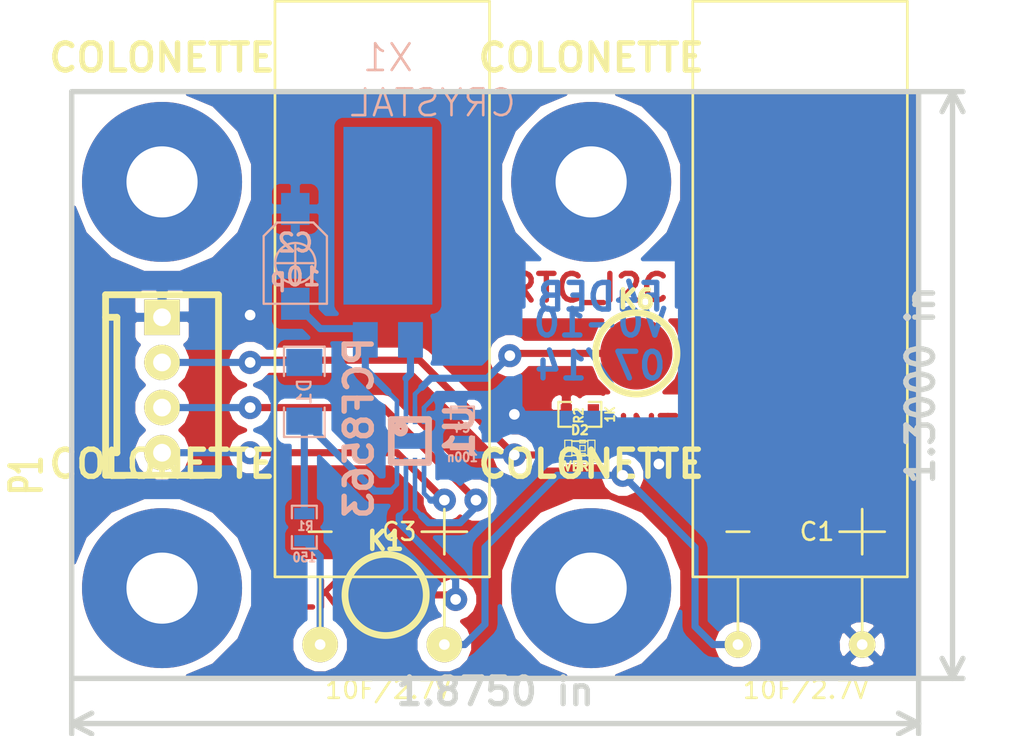
<source format=kicad_pcb>
(kicad_pcb (version 3) (host pcbnew "(2013-07-07 BZR 4022)-stable")

  (general
    (links 20)
    (no_connects 0)
    (area 197.5517 60.684999 258.824999 104.3)
    (thickness 1.6)
    (drawings 7)
    (tracks 115)
    (zones 0)
    (modules 17)
    (nets 13)
  )

  (page A3)
  (layers
    (15 Dessus.Cu signal)
    (0 Dessous.Cu signal)
    (16 Dessous.Adhes user)
    (17 Dessus.Adhes user)
    (18 Dessous.Pate user)
    (19 Dessus.Pate user)
    (20 Dessous.SilkS user)
    (21 Dessus.SilkS user)
    (22 Dessous.Masque user)
    (23 Dessus.Masque user)
    (24 Dessin.User user)
    (25 Cmts.User user)
    (26 Eco1.User user)
    (27 Eco2.User user)
    (28 Contours.Ci user)
  )

  (setup
    (last_trace_width 0.254)
    (user_trace_width 0.4)
    (trace_clearance 0.2)
    (zone_clearance 0.508)
    (zone_45_only no)
    (trace_min 0.254)
    (segment_width 0.2)
    (edge_width 0.1)
    (via_size 0.889)
    (via_drill 0.635)
    (via_min_size 0.889)
    (via_min_drill 0.508)
    (user_via 1.3 0.6)
    (uvia_size 0.508)
    (uvia_drill 0.127)
    (uvias_allowed no)
    (uvia_min_size 0.508)
    (uvia_min_drill 0.127)
    (pcb_text_width 0.3)
    (pcb_text_size 1.5 1.5)
    (mod_edge_width 0.15)
    (mod_text_size 1 1)
    (mod_text_width 0.15)
    (pad_size 2 2)
    (pad_drill 0.6)
    (pad_to_mask_clearance 0)
    (aux_axis_origin 0 0)
    (visible_elements 7FFFFFFF)
    (pcbplotparams
      (layerselection 3178497)
      (usegerberextensions true)
      (excludeedgelayer true)
      (linewidth 0.150000)
      (plotframeref false)
      (viasonmask false)
      (mode 1)
      (useauxorigin false)
      (hpglpennumber 1)
      (hpglpenspeed 20)
      (hpglpendiameter 15)
      (hpglpenoverlay 2)
      (psnegative false)
      (psa4output false)
      (plotreference true)
      (plotvalue true)
      (plotothertext true)
      (plotinvisibletext false)
      (padsonsilk false)
      (subtractmaskfromsilk false)
      (outputformat 1)
      (mirror false)
      (drillshape 1)
      (scaleselection 1)
      (outputdirectory ""))
  )

  (net 0 "")
  (net 1 +5VD)
  (net 2 /CLKO)
  (net 3 /INT)
  (net 4 /SCL)
  (net 5 /SDA)
  (net 6 GND)
  (net 7 N-000001)
  (net 8 N-0000010)
  (net 9 N-0000011)
  (net 10 N-000003)
  (net 11 N-000004)
  (net 12 N-000005)

  (net_class Default "Ceci est la Netclass par défaut"
    (clearance 0.2)
    (trace_width 0.254)
    (via_dia 0.889)
    (via_drill 0.635)
    (uvia_dia 0.508)
    (uvia_drill 0.127)
    (add_net "")
    (add_net +5VD)
    (add_net /CLKO)
    (add_net /INT)
    (add_net /SCL)
    (add_net /SDA)
    (add_net GND)
    (add_net N-000001)
    (add_net N-0000010)
    (add_net N-0000011)
    (add_net N-000003)
    (add_net N-000004)
    (add_net N-000005)
  )

  (module VSSOP-8 (layer Dessous.Cu) (tedit 4FD3B8D7) (tstamp 53C95537)
    (at 220.345 85.725 270)
    (path /53C956EB)
    (fp_text reference U1 (at -0.5588 -2.7432 270) (layer Dessous.SilkS)
      (effects (font (size 1.524 1.524) (thickness 0.3048)) (justify mirror))
    )
    (fp_text value PCF8563 (at -0.762 2.8956 270) (layer Dessous.SilkS)
      (effects (font (size 1.524 1.524) (thickness 0.3048)) (justify mirror))
    )
    (fp_circle (center -0.7112 0.5588) (end -0.6604 0.5588) (layer Dessous.SilkS) (width 0.381))
    (fp_line (start -1.2319 -1.016) (end 1.1811 -1.016) (layer Dessous.SilkS) (width 0.381))
    (fp_line (start 1.1811 -1.016) (end 1.1811 1.0795) (layer Dessous.SilkS) (width 0.381))
    (fp_line (start 1.1811 1.0795) (end -1.2319 1.0795) (layer Dessous.SilkS) (width 0.381))
    (fp_line (start -1.2319 1.0795) (end -1.2319 -1.016) (layer Dessous.SilkS) (width 0.381))
    (pad 4 smd rect (at -1.4732 -0.762 180) (size 0.24892 1.00076)
      (layers Dessous.Cu Dessous.Pate Dessous.Masque)
      (net 6 GND)
    )
    (pad 3 smd rect (at -1.4732 -0.254 180) (size 0.24892 1.00076)
      (layers Dessous.Cu Dessous.Pate Dessous.Masque)
      (net 3 /INT)
    )
    (pad 2 smd rect (at -1.4732 0.254 180) (size 0.24892 1.00076)
      (layers Dessous.Cu Dessous.Pate Dessous.Masque)
      (net 8 N-0000010)
    )
    (pad 1 smd rect (at -1.4732 0.762 180) (size 0.24892 1.00076)
      (layers Dessous.Cu Dessous.Pate Dessous.Masque)
      (net 9 N-0000011)
    )
    (pad 5 smd rect (at 1.4224 -0.762 180) (size 0.24892 1.00076)
      (layers Dessous.Cu Dessous.Pate Dessous.Masque)
      (net 5 /SDA)
    )
    (pad 6 smd rect (at 1.4224 -0.254 180) (size 0.24892 1.00076)
      (layers Dessous.Cu Dessous.Pate Dessous.Masque)
      (net 4 /SCL)
    )
    (pad 7 smd rect (at 1.4224 0.254 180) (size 0.24892 1.00076)
      (layers Dessous.Cu Dessous.Pate Dessous.Masque)
      (net 2 /CLKO)
    )
    (pad 8 smd rect (at 1.4224 0.762 180) (size 0.24892 1.00076)
      (layers Dessous.Cu Dessous.Pate Dessous.Masque)
      (net 12 N-000005)
    )
    (model ../../git-f4deb-cen-electronic-library/wings/VSSOP_8.wrl
      (at (xyz 0 0 0))
      (scale (xyz 1 1 1))
      (rotate (xyz 0 0 0))
    )
  )

  (module SM1206 (layer Dessous.Cu) (tedit 42806E24) (tstamp 53C95543)
    (at 214.376 82.931 270)
    (path /53C9582F)
    (attr smd)
    (fp_text reference D1 (at 0 0 270) (layer Dessous.SilkS)
      (effects (font (size 0.762 0.762) (thickness 0.127)) (justify mirror))
    )
    (fp_text value DIODESCH (at 0 0 270) (layer Dessous.SilkS) hide
      (effects (font (size 0.762 0.762) (thickness 0.127)) (justify mirror))
    )
    (fp_line (start -2.54 1.143) (end -2.54 -1.143) (layer Dessous.SilkS) (width 0.127))
    (fp_line (start -2.54 -1.143) (end -0.889 -1.143) (layer Dessous.SilkS) (width 0.127))
    (fp_line (start 0.889 1.143) (end 2.54 1.143) (layer Dessous.SilkS) (width 0.127))
    (fp_line (start 2.54 1.143) (end 2.54 -1.143) (layer Dessous.SilkS) (width 0.127))
    (fp_line (start 2.54 -1.143) (end 0.889 -1.143) (layer Dessous.SilkS) (width 0.127))
    (fp_line (start -0.889 1.143) (end -2.54 1.143) (layer Dessous.SilkS) (width 0.127))
    (pad 1 smd rect (at -1.651 0 270) (size 1.524 2.032)
      (layers Dessous.Cu Dessous.Pate Dessous.Masque)
      (net 1 +5VD)
    )
    (pad 2 smd rect (at 1.651 0 270) (size 1.524 2.032)
      (layers Dessous.Cu Dessous.Pate Dessous.Masque)
      (net 12 N-000005)
    )
    (model smd/chip_cms.wrl
      (at (xyz 0 0 0))
      (scale (xyz 0.17 0.16 0.16))
      (rotate (xyz 0 0 0))
    )
  )

  (module SM0603_Resistor (layer Dessous.Cu) (tedit 5051B21B) (tstamp 53C9554F)
    (at 214.376 90.551 90)
    (path /53C95981)
    (attr smd)
    (fp_text reference R1 (at 0.0635 0.0635 360) (layer Dessous.SilkS)
      (effects (font (size 0.50038 0.4572) (thickness 0.1143)) (justify mirror))
    )
    (fp_text value 150 (at -1.69926 0 360) (layer Dessous.SilkS)
      (effects (font (size 0.508 0.4572) (thickness 0.1143)) (justify mirror))
    )
    (fp_line (start -0.50038 0.6985) (end -1.2065 0.6985) (layer Dessous.SilkS) (width 0.127))
    (fp_line (start -1.2065 0.6985) (end -1.2065 -0.6985) (layer Dessous.SilkS) (width 0.127))
    (fp_line (start -1.2065 -0.6985) (end -0.50038 -0.6985) (layer Dessous.SilkS) (width 0.127))
    (fp_line (start 1.2065 0.6985) (end 0.50038 0.6985) (layer Dessous.SilkS) (width 0.127))
    (fp_line (start 1.2065 0.6985) (end 1.2065 -0.6985) (layer Dessous.SilkS) (width 0.127))
    (fp_line (start 1.2065 -0.6985) (end 0.50038 -0.6985) (layer Dessous.SilkS) (width 0.127))
    (pad 1 smd rect (at -0.762 0 90) (size 0.635 1.143)
      (layers Dessous.Cu Dessous.Pate Dessous.Masque)
      (net 10 N-000003)
    )
    (pad 2 smd rect (at 0.762 0 90) (size 0.635 1.143)
      (layers Dessous.Cu Dessous.Pate Dessous.Masque)
      (net 12 N-000005)
    )
    (model smd\resistors\R0603.wrl
      (at (xyz 0 0 0.001))
      (scale (xyz 0.5 0.5 0.5))
      (rotate (xyz 0 0 0))
    )
  )

  (module SM0603_Resistor (layer Dessus.Cu) (tedit 5051B21B) (tstamp 53C9555B)
    (at 229.87 84.201 180)
    (path /53C95A8F)
    (attr smd)
    (fp_text reference R2 (at 0.0635 -0.0635 270) (layer Dessus.SilkS)
      (effects (font (size 0.50038 0.4572) (thickness 0.1143)))
    )
    (fp_text value 1K (at -1.69926 0 270) (layer Dessus.SilkS)
      (effects (font (size 0.508 0.4572) (thickness 0.1143)))
    )
    (fp_line (start -0.50038 -0.6985) (end -1.2065 -0.6985) (layer Dessus.SilkS) (width 0.127))
    (fp_line (start -1.2065 -0.6985) (end -1.2065 0.6985) (layer Dessus.SilkS) (width 0.127))
    (fp_line (start -1.2065 0.6985) (end -0.50038 0.6985) (layer Dessus.SilkS) (width 0.127))
    (fp_line (start 1.2065 -0.6985) (end 0.50038 -0.6985) (layer Dessus.SilkS) (width 0.127))
    (fp_line (start 1.2065 -0.6985) (end 1.2065 0.6985) (layer Dessus.SilkS) (width 0.127))
    (fp_line (start 1.2065 0.6985) (end 0.50038 0.6985) (layer Dessus.SilkS) (width 0.127))
    (pad 1 smd rect (at -0.762 0 180) (size 0.635 1.143)
      (layers Dessus.Cu Dessus.Pate Dessus.Masque)
      (net 7 N-000001)
    )
    (pad 2 smd rect (at 0.762 0 180) (size 0.635 1.143)
      (layers Dessus.Cu Dessus.Pate Dessus.Masque)
      (net 6 GND)
    )
    (model smd\resistors\R0603.wrl
      (at (xyz 0 0 0.001))
      (scale (xyz 0.5 0.5 0.5))
      (rotate (xyz 0 0 0))
    )
  )

  (module SM0603_Capa (layer Dessous.Cu) (tedit 5051B1EC) (tstamp 53C95567)
    (at 223.266 84.963 90)
    (path /53C95A9E)
    (attr smd)
    (fp_text reference C4 (at 0 0 360) (layer Dessous.SilkS)
      (effects (font (size 0.508 0.4572) (thickness 0.1143)) (justify mirror))
    )
    (fp_text value 100n (at -1.651 0 360) (layer Dessous.SilkS)
      (effects (font (size 0.508 0.4572) (thickness 0.1143)) (justify mirror))
    )
    (fp_line (start 0.50038 -0.65024) (end 1.19888 -0.65024) (layer Dessous.SilkS) (width 0.11938))
    (fp_line (start -0.50038 -0.65024) (end -1.19888 -0.65024) (layer Dessous.SilkS) (width 0.11938))
    (fp_line (start 0.50038 0.65024) (end 1.19888 0.65024) (layer Dessous.SilkS) (width 0.11938))
    (fp_line (start -1.19888 0.65024) (end -0.50038 0.65024) (layer Dessous.SilkS) (width 0.11938))
    (fp_line (start 1.19888 0.635) (end 1.19888 -0.635) (layer Dessous.SilkS) (width 0.11938))
    (fp_line (start -1.19888 -0.635) (end -1.19888 0.635) (layer Dessous.SilkS) (width 0.11938))
    (pad 1 smd rect (at -0.762 0 90) (size 0.635 1.143)
      (layers Dessous.Cu Dessous.Pate Dessous.Masque)
      (net 1 +5VD)
    )
    (pad 2 smd rect (at 0.762 0 90) (size 0.635 1.143)
      (layers Dessous.Cu Dessous.Pate Dessous.Masque)
      (net 6 GND)
    )
    (model smd\capacitors\C0603.wrl
      (at (xyz 0 0 0.001))
      (scale (xyz 0.5 0.5 0.5))
      (rotate (xyz 0 0 0))
    )
  )

  (module QTZ32KHZ (layer Dessous.Cu) (tedit 53C95A92) (tstamp 53C9659C)
    (at 220.345 76.835 180)
    (path /53C956FA)
    (fp_text reference X1 (at 1.27 12.7 180) (layer Dessous.SilkS)
      (effects (font (size 1.5 1.5) (thickness 0.15)) (justify mirror))
    )
    (fp_text value CRYSTAL (at -1.27 10.16 180) (layer Dessous.SilkS)
      (effects (font (size 1.5 1.5) (thickness 0.15)) (justify mirror))
    )
    (pad 1 smd rect (at 0 -3.175 180) (size 1.4 2)
      (layers Dessous.Cu Dessous.Pate Dessous.Masque)
      (net 8 N-0000010)
    )
    (pad 2 smd rect (at 2.54 -3.175 180) (size 1.4 2)
      (layers Dessous.Cu Dessous.Pate Dessous.Masque)
      (net 9 N-0000011)
    )
    (pad 3 smd rect (at 1.27 3.81 180) (size 5 10)
      (layers Dessous.Cu Dessous.Pate Dessous.Masque)
    )
    (model discret/qmontre.wrl
      (at (xyz 0.05 -0.15 0))
      (scale (xyz 1 1 1))
      (rotate (xyz 0 0 180))
    )
  )

  (module LED-0603 (layer Dessus.Cu) (tedit 4E16AFB4) (tstamp 53C95595)
    (at 229.87 86.106)
    (descr "LED 0603 smd package")
    (tags "LED led 0603 SMD smd SMT smt smdled SMDLED smtled SMTLED")
    (path /53C95AB7)
    (attr smd)
    (fp_text reference D2 (at 0 -1.016) (layer Dessus.SilkS)
      (effects (font (size 0.508 0.508) (thickness 0.127)))
    )
    (fp_text value VERT (at 0 1.016) (layer Dessus.SilkS)
      (effects (font (size 0.508 0.508) (thickness 0.127)))
    )
    (fp_line (start 0.44958 -0.44958) (end 0.44958 0.44958) (layer Dessus.SilkS) (width 0.06604))
    (fp_line (start 0.44958 0.44958) (end 0.84836 0.44958) (layer Dessus.SilkS) (width 0.06604))
    (fp_line (start 0.84836 -0.44958) (end 0.84836 0.44958) (layer Dessus.SilkS) (width 0.06604))
    (fp_line (start 0.44958 -0.44958) (end 0.84836 -0.44958) (layer Dessus.SilkS) (width 0.06604))
    (fp_line (start -0.84836 -0.44958) (end -0.84836 0.44958) (layer Dessus.SilkS) (width 0.06604))
    (fp_line (start -0.84836 0.44958) (end -0.44958 0.44958) (layer Dessus.SilkS) (width 0.06604))
    (fp_line (start -0.44958 -0.44958) (end -0.44958 0.44958) (layer Dessus.SilkS) (width 0.06604))
    (fp_line (start -0.84836 -0.44958) (end -0.44958 -0.44958) (layer Dessus.SilkS) (width 0.06604))
    (fp_line (start 0 -0.44958) (end 0 -0.29972) (layer Dessus.SilkS) (width 0.06604))
    (fp_line (start 0 -0.29972) (end 0.29972 -0.29972) (layer Dessus.SilkS) (width 0.06604))
    (fp_line (start 0.29972 -0.44958) (end 0.29972 -0.29972) (layer Dessus.SilkS) (width 0.06604))
    (fp_line (start 0 -0.44958) (end 0.29972 -0.44958) (layer Dessus.SilkS) (width 0.06604))
    (fp_line (start 0 0.29972) (end 0 0.44958) (layer Dessus.SilkS) (width 0.06604))
    (fp_line (start 0 0.44958) (end 0.29972 0.44958) (layer Dessus.SilkS) (width 0.06604))
    (fp_line (start 0.29972 0.29972) (end 0.29972 0.44958) (layer Dessus.SilkS) (width 0.06604))
    (fp_line (start 0 0.29972) (end 0.29972 0.29972) (layer Dessus.SilkS) (width 0.06604))
    (fp_line (start 0 -0.14986) (end 0 0.14986) (layer Dessus.SilkS) (width 0.06604))
    (fp_line (start 0 0.14986) (end 0.29972 0.14986) (layer Dessus.SilkS) (width 0.06604))
    (fp_line (start 0.29972 -0.14986) (end 0.29972 0.14986) (layer Dessus.SilkS) (width 0.06604))
    (fp_line (start 0 -0.14986) (end 0.29972 -0.14986) (layer Dessus.SilkS) (width 0.06604))
    (fp_line (start 0.44958 -0.39878) (end -0.44958 -0.39878) (layer Dessus.SilkS) (width 0.1016))
    (fp_line (start 0.44958 0.39878) (end -0.44958 0.39878) (layer Dessus.SilkS) (width 0.1016))
    (pad 1 smd rect (at -0.7493 0) (size 0.79756 0.79756)
      (layers Dessus.Cu Dessus.Pate Dessus.Masque)
      (net 1 +5VD)
    )
    (pad 2 smd rect (at 0.7493 0) (size 0.79756 0.79756)
      (layers Dessus.Cu Dessus.Pate Dessus.Masque)
      (net 7 N-000001)
    )
    (model ../../git-f4deb-cen-electronic-library/wings/LED_0603_VERT.wrl
      (at (xyz 0 0 0))
      (scale (xyz 1 1 1))
      (rotate (xyz 0 0 0))
    )
  )

  (module KK-4 (layer Dessus.Cu) (tedit 4A107EDD) (tstamp 53C955A4)
    (at 206.375 86.36 90)
    (descr "Connecteur 4 pibs")
    (tags "CONN DEV")
    (path /53C957B2)
    (fp_text reference P1 (at -1.27 -7.62 90) (layer Dessus.SilkS)
      (effects (font (size 1.73482 1.08712) (thickness 0.27178)))
    )
    (fp_text value CONN_4 (at -5.08 -5.08 90) (layer Dessus.SilkS) hide
      (effects (font (size 1.524 1.016) (thickness 0.3048)))
    )
    (fp_line (start 7.62 -3.175) (end 7.62 -2.54) (layer Dessus.SilkS) (width 0.381))
    (fp_line (start 7.62 -2.54) (end 0 -2.54) (layer Dessus.SilkS) (width 0.381))
    (fp_line (start 0 -2.54) (end 0 -3.175) (layer Dessus.SilkS) (width 0.381))
    (fp_line (start -1.27 3.175) (end 8.89 3.175) (layer Dessus.SilkS) (width 0.381))
    (fp_line (start 8.89 3.175) (end 8.89 -3.175) (layer Dessus.SilkS) (width 0.381))
    (fp_line (start 8.89 -3.175) (end -1.27 -3.175) (layer Dessus.SilkS) (width 0.381))
    (fp_line (start -1.27 -3.175) (end -1.27 3.175) (layer Dessus.SilkS) (width 0.381))
    (pad 1 thru_hole rect (at 7.62 0 90) (size 1.99898 1.99898) (drill 1.00076)
      (layers *.Cu *.Mask Dessus.SilkS)
      (net 6 GND)
    )
    (pad 2 thru_hole circle (at 5.08 0 90) (size 1.99898 1.99898) (drill 1.00076)
      (layers *.Cu *.Mask Dessus.SilkS)
      (net 1 +5VD)
    )
    (pad 3 thru_hole circle (at 2.54 0 90) (size 1.99898 1.99898) (drill 1.00076)
      (layers *.Cu *.Mask Dessus.SilkS)
      (net 4 /SCL)
    )
    (pad 4 thru_hole circle (at 0 0 90) (size 1.99898 1.99898) (drill 1.00076)
      (layers *.Cu *.Mask Dessus.SilkS)
      (net 5 /SDA)
    )
    (model ../../git-f4deb-cen-electronic-library/wings/KK-4.wrl
      (at (xyz 0 0 0))
      (scale (xyz 1 1 1))
      (rotate (xyz 0 0 0))
    )
  )

  (module 1pin (layer Dessus.Cu) (tedit 53C95CBA) (tstamp 53C955BF)
    (at 218.948 94.361)
    (descr "module 1 pin (ou trou mecanique de percage)")
    (tags DEV)
    (path /53C95A80)
    (fp_text reference K1 (at 0 -3.048) (layer Dessus.SilkS)
      (effects (font (size 1.016 1.016) (thickness 0.254)))
    )
    (fp_text value CONN_1 (at 0 2.794) (layer Dessus.SilkS) hide
      (effects (font (size 1.016 1.016) (thickness 0.254)))
    )
    (fp_circle (center 0 0) (end 0 -2.286) (layer Dessus.SilkS) (width 0.381))
    (pad 1 smd circle (at 0 0) (size 4.064 4.064)
      (layers Dessus.Cu Dessus.Pate Dessus.Masque)
      (net 2 /CLKO)
    )
  )

  (module COLONETTE (layer Dessus.Cu) (tedit 4FCFB52D) (tstamp 53C955F1)
    (at 230.505 71.12)
    (path /53C95E82)
    (fp_text reference K3 (at 0 0) (layer Dessus.SilkS)
      (effects (font (size 1.524 1.524) (thickness 0.3048)))
    )
    (fp_text value COLONETTE (at 0 -6.985) (layer Dessus.SilkS)
      (effects (font (size 1.524 1.524) (thickness 0.3048)))
    )
    (pad 1 thru_hole circle (at 0 0) (size 8.99922 8.99922) (drill 4.0005)
      (layers *.Cu)
    )
    (model ../../git-f4deb-cen-electronic-library/wings/Colonette1.wrl
      (at (xyz 0 0 0))
      (scale (xyz 1 1 1))
      (rotate (xyz 0 0 0))
    )
  )

  (module COLONETTE (layer Dessus.Cu) (tedit 4FCFB52D) (tstamp 53C955F6)
    (at 230.505 93.98)
    (path /53C95E91)
    (fp_text reference K5 (at 0 0) (layer Dessus.SilkS)
      (effects (font (size 1.524 1.524) (thickness 0.3048)))
    )
    (fp_text value COLONETTE (at 0 -6.985) (layer Dessus.SilkS)
      (effects (font (size 1.524 1.524) (thickness 0.3048)))
    )
    (pad 1 thru_hole circle (at 0 0) (size 8.99922 8.99922) (drill 4.0005)
      (layers *.Cu)
    )
    (model ../../git-f4deb-cen-electronic-library/wings/Colonette1.wrl
      (at (xyz 0 0 0))
      (scale (xyz 1 1 1))
      (rotate (xyz 0 0 0))
    )
  )

  (module COLONETTE (layer Dessus.Cu) (tedit 4FCFB52D) (tstamp 53C955FB)
    (at 206.375 71.12)
    (path /53C95EA0)
    (fp_text reference K2 (at 0 0) (layer Dessus.SilkS)
      (effects (font (size 1.524 1.524) (thickness 0.3048)))
    )
    (fp_text value COLONETTE (at 0 -6.985) (layer Dessus.SilkS)
      (effects (font (size 1.524 1.524) (thickness 0.3048)))
    )
    (pad 1 thru_hole circle (at 0 0) (size 8.99922 8.99922) (drill 4.0005)
      (layers *.Cu)
    )
    (model ../../git-f4deb-cen-electronic-library/wings/Colonette1.wrl
      (at (xyz 0 0 0))
      (scale (xyz 1 1 1))
      (rotate (xyz 0 0 0))
    )
  )

  (module COLONETTE (layer Dessus.Cu) (tedit 4FCFB52D) (tstamp 53C95600)
    (at 206.375 93.98)
    (path /53C95EAF)
    (fp_text reference K4 (at 0 0) (layer Dessus.SilkS)
      (effects (font (size 1.524 1.524) (thickness 0.3048)))
    )
    (fp_text value COLONETTE (at 0 -6.985) (layer Dessus.SilkS)
      (effects (font (size 1.524 1.524) (thickness 0.3048)))
    )
    (pad 1 thru_hole circle (at 0 0) (size 8.99922 8.99922) (drill 4.0005)
      (layers *.Cu)
    )
    (model ../../git-f4deb-cen-electronic-library/wings/Colonette1.wrl
      (at (xyz 0 0 0))
      (scale (xyz 1 1 1))
      (rotate (xyz 0 0 0))
    )
  )

  (module C-10F (layer Dessus.Cu) (tedit 53C95958) (tstamp 53CF795F)
    (at 248.285 93.345 180)
    (path /53C95865)
    (fp_text reference C1 (at 5.08 2.54 180) (layer Dessus.SilkS)
      (effects (font (size 1 1) (thickness 0.15)))
    )
    (fp_text value 10F/2.7V (at 5.715 -6.35 180) (layer Dessus.SilkS)
      (effects (font (size 1 1) (thickness 0.15)))
    )
    (fp_line (start 8.89 2.54) (end 10.16 2.54) (layer Dessus.SilkS) (width 0.15))
    (fp_line (start 1.27 2.54) (end 3.81 2.54) (layer Dessus.SilkS) (width 0.15))
    (fp_line (start 2.54 1.27) (end 2.54 3.81) (layer Dessus.SilkS) (width 0.15))
    (fp_line (start 2.54 -3.175) (end 2.54 0) (layer Dessus.SilkS) (width 0.15))
    (fp_line (start 9.525 -3.175) (end 9.525 0) (layer Dessus.SilkS) (width 0.15))
    (fp_line (start 12.065 0) (end 12.065 32.385) (layer Dessus.SilkS) (width 0.15))
    (fp_line (start 12.065 32.385) (end 0 32.385) (layer Dessus.SilkS) (width 0.15))
    (fp_line (start 0 0) (end 0 32.385) (layer Dessus.SilkS) (width 0.15))
    (fp_line (start 0 0) (end 12.065 0) (layer Dessus.SilkS) (width 0.15))
    (pad 1 thru_hole circle (at 2.54 -3.81 180) (size 1.5 1.5) (drill 0.6)
      (layers *.Cu *.Mask Dessus.SilkS)
      (net 6 GND)
    )
    (pad 2 thru_hole circle (at 9.525 -3.81 180) (size 1.5 1.5) (drill 0.6)
      (layers *.Cu *.Mask Dessus.SilkS)
      (net 11 N-000004)
    )
  )

  (module C-10F (layer Dessus.Cu) (tedit 53C96371) (tstamp 53C95C03)
    (at 224.79 93.345 180)
    (path /53C9587E)
    (fp_text reference C3 (at 5.08 2.54 180) (layer Dessus.SilkS)
      (effects (font (size 1 1) (thickness 0.15)))
    )
    (fp_text value 10F/2.7V (at 5.715 -6.35 180) (layer Dessus.SilkS)
      (effects (font (size 1 1) (thickness 0.15)))
    )
    (fp_line (start 8.89 2.54) (end 10.16 2.54) (layer Dessus.SilkS) (width 0.15))
    (fp_line (start 1.27 2.54) (end 3.81 2.54) (layer Dessus.SilkS) (width 0.15))
    (fp_line (start 2.54 1.27) (end 2.54 3.81) (layer Dessus.SilkS) (width 0.15))
    (fp_line (start 2.54 -3.175) (end 2.54 0) (layer Dessus.SilkS) (width 0.15))
    (fp_line (start 9.525 -3.175) (end 9.525 0) (layer Dessus.SilkS) (width 0.15))
    (fp_line (start 12.065 0) (end 12.065 32.385) (layer Dessus.SilkS) (width 0.15))
    (fp_line (start 12.065 32.385) (end 0 32.385) (layer Dessus.SilkS) (width 0.15))
    (fp_line (start 0 0) (end 0 32.385) (layer Dessus.SilkS) (width 0.15))
    (fp_line (start 0 0) (end 12.065 0) (layer Dessus.SilkS) (width 0.15))
    (pad 1 thru_hole circle (at 2.54 -3.81 180) (size 2 2) (drill 0.6)
      (layers *.Cu *.Mask Dessus.SilkS)
      (net 11 N-000004)
    )
    (pad 2 thru_hole circle (at 9.525 -3.81 180) (size 2 2) (drill 0.6)
      (layers *.Cu *.Mask Dessus.SilkS)
      (net 10 N-000003)
    )
  )

  (module 1pin (layer Dessus.Cu) (tedit 53C95C03) (tstamp 53C95B59)
    (at 233.045 80.772)
    (descr "module 1 pin (ou trou mecanique de percage)")
    (tags DEV)
    (path /53C95FD2)
    (fp_text reference K6 (at 0 -3.048) (layer Dessus.SilkS)
      (effects (font (size 1.016 1.016) (thickness 0.254)))
    )
    (fp_text value CONN_1 (at 0 2.794) (layer Dessus.SilkS) hide
      (effects (font (size 1.016 1.016) (thickness 0.254)))
    )
    (fp_circle (center 0 0) (end 0 -2.286) (layer Dessus.SilkS) (width 0.381))
    (pad 1 smd circle (at 0 0) (size 4.064 4.064)
      (layers Dessus.Cu Dessus.Pate Dessus.Masque)
      (net 3 /INT)
    )
  )

  (module CAJCMS (layer Dessous.Cu) (tedit 4732223B) (tstamp 53C9C720)
    (at 213.868 72.644 180)
    (path /53C95722)
    (fp_text reference C2 (at 0 -1.905 180) (layer Dessous.SilkS)
      (effects (font (size 1.00076 1.00076) (thickness 0.20066)) (justify mirror))
    )
    (fp_text value 10p (at 0 -3.81 180) (layer Dessous.SilkS)
      (effects (font (size 1.00076 1.00076) (thickness 0.20066)) (justify mirror))
    )
    (fp_line (start 0 -2.032) (end 0 -4.064) (layer Dessous.SilkS) (width 0.12954))
    (fp_line (start -1.016 -3.048) (end 1.016 -3.048) (layer Dessous.SilkS) (width 0.12954))
    (fp_circle (center 0 -3.048) (end 1.016 -3.556) (layer Dessous.SilkS) (width 0.12954))
    (fp_line (start 1.778 -1.524) (end 1.778 -5.334) (layer Dessous.SilkS) (width 0.12954))
    (fp_line (start 1.778 -5.334) (end -1.778 -5.334) (layer Dessous.SilkS) (width 0.12954))
    (fp_line (start -1.778 -5.334) (end -1.778 -1.524) (layer Dessous.SilkS) (width 0.12954))
    (fp_line (start -1.778 -1.524) (end -1.016 -0.762) (layer Dessous.SilkS) (width 0.12954))
    (fp_line (start -1.016 -0.762) (end 1.016 -0.762) (layer Dessous.SilkS) (width 0.12954))
    (fp_line (start 1.016 -0.762) (end 1.778 -1.524) (layer Dessous.SilkS) (width 0.12954))
    (pad 1 smd rect (at 0 0 180) (size 1.6002 1.80086)
      (layers Dessous.Cu Dessous.Pate Dessous.Masque)
      (net 6 GND)
    )
    (pad 2 smd rect (at 0 -5.334 180) (size 1.6002 1.80086)
      (layers Dessous.Cu Dessous.Pate Dessous.Masque)
      (net 9 N-0000011)
    )
  )

  (dimension 33.02 (width 0.3) (layer Contours.Ci)
    (gr_text "33,020 mm" (at 252.174999 82.550004 270) (layer Contours.Ci)
      (effects (font (size 1.5 1.5) (thickness 0.3)))
    )
    (feature1 (pts (xy 201.295 99.06) (xy 253.524999 99.060004)))
    (feature2 (pts (xy 201.295 66.04) (xy 253.524999 66.040004)))
    (crossbar (pts (xy 250.824999 66.040004) (xy 250.824999 99.060004)))
    (arrow1a (pts (xy 250.824999 99.060004) (xy 250.238579 97.933501)))
    (arrow1b (pts (xy 250.824999 99.060004) (xy 251.411419 97.933501)))
    (arrow2a (pts (xy 250.824999 66.040004) (xy 250.238579 67.166507)))
    (arrow2b (pts (xy 250.824999 66.040004) (xy 251.411419 67.166507)))
  )
  (dimension 47.625 (width 0.3) (layer Contours.Ci)
    (gr_text "47,625 mm" (at 225.107499 102.949999) (layer Contours.Ci)
      (effects (font (size 1.5 1.5) (thickness 0.3)))
    )
    (feature1 (pts (xy 248.92 66.04) (xy 248.919999 104.299999)))
    (feature2 (pts (xy 201.295 66.04) (xy 201.294999 104.299999)))
    (crossbar (pts (xy 201.294999 101.599999) (xy 248.919999 101.599999)))
    (arrow1a (pts (xy 248.919999 101.599999) (xy 247.793496 102.186419)))
    (arrow1b (pts (xy 248.919999 101.599999) (xy 247.793496 101.013579)))
    (arrow2a (pts (xy 201.294999 101.599999) (xy 202.421502 102.186419)))
    (arrow2b (pts (xy 201.294999 101.599999) (xy 202.421502 101.013579)))
  )
  (gr_text "V0-10\n07/14" (at 231.013 80.264) (layer Dessous.Cu)
    (effects (font (size 1.5 1.5) (thickness 0.3)) (justify mirror))
  )
  (gr_text F4DEB (at 231.013 77.597) (layer Dessous.Cu)
    (effects (font (size 1.5 1.5) (thickness 0.3)) (justify mirror))
  )
  (gr_text RTC_I2C (at 230.378 77.089) (layer Dessus.Cu)
    (effects (font (size 1.5 1.5) (thickness 0.3)))
  )
  (gr_text CLK (at 214.376 94.361) (layer Dessus.Cu)
    (effects (font (size 1.5 1.5) (thickness 0.3)))
  )
  (gr_text INT (at 233.68 85.09) (layer Dessus.Cu)
    (effects (font (size 1.5 1.5) (thickness 0.3)))
  )

  (via (at 211.328 81.28) (size 1.3) (drill 0.6) (layers Dessus.Cu Dessous.Cu) (net 1))
  (segment (start 226.187 86.487) (end 220.853 81.153) (width 0.4) (layer Dessus.Cu) (net 1) (tstamp 53C95F74))
  (segment (start 211.455 81.153) (end 220.853 81.153) (width 0.4) (layer Dessus.Cu) (net 1) (tstamp 53C95F73))
  (segment (start 211.455 81.153) (end 211.328 81.28) (width 0.4) (layer Dessus.Cu) (net 1) (tstamp 53C95F72))
  (segment (start 223.266 85.725) (end 224.028 86.487) (width 0.4) (layer Dessous.Cu) (net 1))
  (segment (start 228.7397 86.487) (end 229.1207 86.106) (width 0.4) (layer Dessus.Cu) (net 1) (tstamp 53C95E65))
  (segment (start 226.187 86.487) (end 228.7397 86.487) (width 0.4) (layer Dessus.Cu) (net 1) (tstamp 53C95E64))
  (via (at 226.187 86.487) (size 1.3) (drill 0.6) (layers Dessus.Cu Dessous.Cu) (net 1))
  (segment (start 224.028 86.487) (end 226.187 86.487) (width 0.4) (layer Dessous.Cu) (net 1) (tstamp 53C95E62))
  (segment (start 206.375 81.28) (end 211.328 81.28) (width 0.4) (layer Dessous.Cu) (net 1))
  (segment (start 211.328 81.28) (end 214.376 81.28) (width 0.4) (layer Dessous.Cu) (net 1) (tstamp 53C95F6F))
  (segment (start 219.71 89.916) (end 219.71 90.297) (width 0.4) (layer Dessous.Cu) (net 2))
  (segment (start 220.091 89.535) (end 219.71 89.916) (width 0.254) (layer Dessous.Cu) (net 2) (tstamp 53C95C70))
  (segment (start 220.091 87.1474) (end 220.091 89.535) (width 0.254) (layer Dessous.Cu) (net 2))
  (segment (start 222.631 94.361) (end 218.948 94.361) (width 0.4) (layer Dessus.Cu) (net 2) (tstamp 53C95CCC))
  (segment (start 222.885 94.615) (end 222.631 94.361) (width 0.4) (layer Dessus.Cu) (net 2) (tstamp 53C95CCB))
  (via (at 222.885 94.615) (size 1.3) (drill 0.6) (layers Dessus.Cu Dessous.Cu) (net 2))
  (segment (start 222.885 93.472) (end 222.885 94.615) (width 0.4) (layer Dessous.Cu) (net 2) (tstamp 53C95CC9))
  (segment (start 219.71 90.297) (end 222.885 93.472) (width 0.4) (layer Dessous.Cu) (net 2) (tstamp 53C95CC6))
  (segment (start 225.933 80.899) (end 226.06 80.772) (width 0.4) (layer Dessus.Cu) (net 3))
  (segment (start 226.06 80.772) (end 233.045 80.772) (width 0.4) (layer Dessus.Cu) (net 3) (tstamp 53C9C780))
  (segment (start 220.98 82.677) (end 221.488 82.169) (width 0.4) (layer Dessous.Cu) (net 3))
  (segment (start 221.488 82.169) (end 224.663 82.169) (width 0.4) (layer Dessous.Cu) (net 3) (tstamp 53C95C25))
  (segment (start 224.663 82.169) (end 225.933 80.899) (width 0.4) (layer Dessous.Cu) (net 3) (tstamp 53C95C26))
  (segment (start 220.599 84.2518) (end 220.599 83.058) (width 0.254) (layer Dessous.Cu) (net 3))
  (via (at 225.933 80.899) (size 1.3) (drill 0.6) (layers Dessus.Cu Dessous.Cu) (net 3))
  (segment (start 224.663 82.169) (end 225.933 80.899) (width 0.254) (layer Dessous.Cu) (net 3) (tstamp 53C95C19))
  (segment (start 221.488 82.169) (end 224.663 82.169) (width 0.254) (layer Dessous.Cu) (net 3) (tstamp 53C95C18))
  (segment (start 220.599 83.058) (end 220.98 82.677) (width 0.254) (layer Dessous.Cu) (net 3) (tstamp 53C95C17))
  (segment (start 206.375 83.82) (end 211.328 83.82) (width 0.4) (layer Dessous.Cu) (net 4))
  (via (at 211.328 83.82) (size 1.3) (drill 0.6) (layers Dessus.Cu Dessous.Cu) (net 4))
  (segment (start 221.361 90.297) (end 223.139 90.297) (width 0.4) (layer Dessous.Cu) (net 4))
  (segment (start 220.599 87.1474) (end 220.599 89.535) (width 0.254) (layer Dessous.Cu) (net 4))
  (segment (start 220.599 89.535) (end 220.98 89.916) (width 0.254) (layer Dessous.Cu) (net 4) (tstamp 53C95C63))
  (segment (start 220.98 89.916) (end 221.361 90.297) (width 0.4) (layer Dessous.Cu) (net 4))
  (segment (start 218.821 83.82) (end 211.328 83.82) (width 0.4) (layer Dessus.Cu) (net 4) (tstamp 53C95D5E))
  (segment (start 224.028 89.027) (end 218.821 83.82) (width 0.4) (layer Dessus.Cu) (net 4) (tstamp 53C95D5D))
  (via (at 224.028 89.027) (size 1.3) (drill 0.6) (layers Dessus.Cu Dessous.Cu) (net 4))
  (segment (start 224.028 89.408) (end 224.028 89.027) (width 0.4) (layer Dessous.Cu) (net 4) (tstamp 53C95D59))
  (segment (start 223.139 90.297) (end 224.028 89.408) (width 0.4) (layer Dessous.Cu) (net 4) (tstamp 53C95D57))
  (segment (start 206.375 86.36) (end 211.328 86.36) (width 0.4) (layer Dessous.Cu) (net 5))
  (via (at 211.328 86.36) (size 1.3) (drill 0.6) (layers Dessus.Cu Dessous.Cu) (net 5))
  (segment (start 211.328 86.36) (end 219.583 86.36) (width 0.4) (layer Dessus.Cu) (net 5) (tstamp 53C95D6E))
  (via (at 222.25 89.027) (size 1.3) (drill 0.6) (layers Dessus.Cu Dessous.Cu) (net 5))
  (segment (start 221.488 89.027) (end 222.25 89.027) (width 0.4) (layer Dessous.Cu) (net 5))
  (segment (start 221.107 88.646) (end 221.488 89.027) (width 0.254) (layer Dessous.Cu) (net 5) (tstamp 53C95C6D))
  (segment (start 221.107 88.646) (end 221.107 87.1474) (width 0.254) (layer Dessous.Cu) (net 5))
  (segment (start 219.583 86.36) (end 222.25 89.027) (width 0.4) (layer Dessus.Cu) (net 5) (tstamp 53C95D4E))
  (segment (start 234.315 86.995) (end 235.585 86.995) (width 0.4) (layer Dessous.Cu) (net 6))
  (segment (start 231.521 84.201) (end 234.315 86.995) (width 0.4) (layer Dessous.Cu) (net 6) (tstamp 53C962A3))
  (via (at 234.315 86.995) (size 1.3) (drill 0.6) (layers Dessus.Cu Dessous.Cu) (net 6))
  (segment (start 229.87 84.201) (end 231.521 84.201) (width 0.4) (layer Dessous.Cu) (net 6))
  (segment (start 235.585 86.995) (end 245.745 97.155) (width 0.4) (layer Dessous.Cu) (net 6) (tstamp 53C962B2))
  (segment (start 226.187 84.201) (end 229.87 84.201) (width 0.4) (layer Dessous.Cu) (net 6))
  (segment (start 211.328 78.613) (end 211.328 74.676) (width 0.4) (layer Dessous.Cu) (net 6))
  (segment (start 211.328 73.787) (end 212.471 72.644) (width 0.4) (layer Dessous.Cu) (net 6) (tstamp 53C9C77B))
  (segment (start 211.328 74.295) (end 211.328 73.787) (width 0.4) (layer Dessous.Cu) (net 6) (tstamp 53C9C77A))
  (segment (start 211.328 74.676) (end 211.328 74.295) (width 0.4) (layer Dessous.Cu) (net 6) (tstamp 53C9C779))
  (segment (start 206.375 78.74) (end 206.502 78.613) (width 0.4) (layer Dessous.Cu) (net 6))
  (segment (start 220.599 78.613) (end 226.187 84.201) (width 0.4) (layer Dessus.Cu) (net 6) (tstamp 53C9C772))
  (segment (start 211.328 78.613) (end 220.599 78.613) (width 0.4) (layer Dessus.Cu) (net 6) (tstamp 53C9C771))
  (via (at 211.328 78.613) (size 1.3) (drill 0.6) (layers Dessus.Cu Dessous.Cu) (net 6))
  (segment (start 206.502 78.613) (end 211.328 78.613) (width 0.4) (layer Dessous.Cu) (net 6) (tstamp 53C9C76F))
  (segment (start 212.471 72.644) (end 213.868 72.644) (width 0.4) (layer Dessous.Cu) (net 6) (tstamp 53C9C768))
  (segment (start 223.266 84.201) (end 226.187 84.201) (width 0.4) (layer Dessous.Cu) (net 6))
  (via (at 226.187 84.201) (size 1.3) (drill 0.6) (layers Dessus.Cu Dessous.Cu) (net 6))
  (segment (start 226.187 84.201) (end 229.108 84.201) (width 0.4) (layer Dessus.Cu) (net 6) (tstamp 53C95E5F))
  (segment (start 222.25 83.312) (end 222.885 83.312) (width 0.4) (layer Dessous.Cu) (net 6))
  (segment (start 221.107 83.82) (end 221.615 83.312) (width 0.254) (layer Dessous.Cu) (net 6) (tstamp 53C95C3D))
  (segment (start 221.615 83.312) (end 222.25 83.312) (width 0.254) (layer Dessous.Cu) (net 6) (tstamp 53C95C3F))
  (segment (start 221.107 84.2518) (end 221.107 83.82) (width 0.254) (layer Dessous.Cu) (net 6))
  (segment (start 223.266 83.693) (end 223.266 84.201) (width 0.4) (layer Dessous.Cu) (net 6) (tstamp 53C95E5A))
  (segment (start 222.885 83.312) (end 223.266 83.693) (width 0.4) (layer Dessous.Cu) (net 6) (tstamp 53C95E59))
  (segment (start 230.632 84.201) (end 230.6193 84.2137) (width 0.4) (layer Dessus.Cu) (net 7))
  (segment (start 230.6193 84.2137) (end 230.6193 86.106) (width 0.4) (layer Dessus.Cu) (net 7) (tstamp 53C95E55))
  (segment (start 220.345 80.01) (end 220.345 81.915) (width 0.4) (layer Dessous.Cu) (net 8))
  (segment (start 220.345 81.915) (end 220.091 82.169) (width 0.4) (layer Dessous.Cu) (net 8) (tstamp 53C95AEF))
  (segment (start 220.091 84.2518) (end 220.091 82.169) (width 0.254) (layer Dessous.Cu) (net 8))
  (segment (start 220.091 82.169) (end 220.345 81.915) (width 0.254) (layer Dessous.Cu) (net 8) (tstamp 53C95AC8))
  (segment (start 213.868 77.978) (end 215.265 79.375) (width 0.4) (layer Dessous.Cu) (net 9))
  (segment (start 217.17 79.375) (end 217.805 80.01) (width 0.4) (layer Dessous.Cu) (net 9) (tstamp 53C9C76C))
  (segment (start 215.265 79.375) (end 217.17 79.375) (width 0.4) (layer Dessous.Cu) (net 9) (tstamp 53C9C76B))
  (segment (start 217.805 80.01) (end 217.805 81.661) (width 0.4) (layer Dessous.Cu) (net 9))
  (segment (start 217.805 81.661) (end 219.075 82.931) (width 0.4) (layer Dessous.Cu) (net 9) (tstamp 53C95AF3))
  (segment (start 219.583 84.2518) (end 219.583 83.439) (width 0.254) (layer Dessous.Cu) (net 9))
  (segment (start 219.583 83.439) (end 219.075 82.931) (width 0.254) (layer Dessous.Cu) (net 9) (tstamp 53C95ABB))
  (segment (start 219.075 82.931) (end 217.805 81.661) (width 0.254) (layer Dessous.Cu) (net 9) (tstamp 53C95AF6))
  (segment (start 214.376 91.313) (end 215.265 92.202) (width 0.4) (layer Dessous.Cu) (net 10))
  (segment (start 215.265 92.202) (end 215.265 97.155) (width 0.4) (layer Dessous.Cu) (net 10) (tstamp 53C9C792))
  (via (at 232.283 87.63) (size 1.3) (drill 0.6) (layers Dessus.Cu Dessous.Cu) (net 11))
  (segment (start 232.283 87.63) (end 232.41 87.63) (width 0.4) (layer Dessus.Cu) (net 11) (tstamp 53C962B8))
  (segment (start 222.25 97.155) (end 223.393 97.155) (width 0.4) (layer Dessous.Cu) (net 11))
  (segment (start 223.393 97.155) (end 224.536 96.012) (width 0.4) (layer Dessous.Cu) (net 11) (tstamp 53C95F51))
  (segment (start 224.536 96.012) (end 224.536 91.694) (width 0.4) (layer Dessous.Cu) (net 11) (tstamp 53C95F53))
  (segment (start 224.536 91.694) (end 228.6 87.63) (width 0.4) (layer Dessous.Cu) (net 11) (tstamp 53C95F55))
  (segment (start 228.6 87.63) (end 232.283 87.63) (width 0.4) (layer Dessous.Cu) (net 11) (tstamp 53C95F58))
  (segment (start 232.283 87.63) (end 236.347 91.694) (width 0.4) (layer Dessous.Cu) (net 11) (tstamp 53C95F5A))
  (segment (start 236.347 91.694) (end 236.347 96.139) (width 0.4) (layer Dessous.Cu) (net 11) (tstamp 53C95F5C))
  (segment (start 236.347 96.139) (end 237.363 97.155) (width 0.4) (layer Dessous.Cu) (net 11) (tstamp 53C95F5E))
  (segment (start 237.363 97.155) (end 238.76 97.155) (width 0.4) (layer Dessous.Cu) (net 11) (tstamp 53C95F5F))
  (segment (start 237.363 97.155) (end 238.76 97.155) (width 0.254) (layer Dessous.Cu) (net 11) (tstamp 53C95F25))
  (segment (start 236.347 96.139) (end 237.363 97.155) (width 0.254) (layer Dessous.Cu) (net 11) (tstamp 53C95F22))
  (segment (start 236.347 91.694) (end 236.347 96.139) (width 0.254) (layer Dessous.Cu) (net 11) (tstamp 53C95F1F))
  (segment (start 232.283 87.63) (end 236.347 91.694) (width 0.254) (layer Dessous.Cu) (net 11) (tstamp 53C95F1D))
  (segment (start 228.6 87.63) (end 232.283 87.63) (width 0.254) (layer Dessous.Cu) (net 11) (tstamp 53C95F1B))
  (segment (start 224.536 91.694) (end 228.6 87.63) (width 0.254) (layer Dessous.Cu) (net 11) (tstamp 53C95F19))
  (segment (start 224.536 96.012) (end 224.536 91.694) (width 0.254) (layer Dessous.Cu) (net 11) (tstamp 53C95F16))
  (segment (start 223.393 97.155) (end 224.536 96.012) (width 0.254) (layer Dessous.Cu) (net 11) (tstamp 53C95F14))
  (segment (start 214.376 84.582) (end 214.376 89.789) (width 0.4) (layer Dessous.Cu) (net 12))
  (segment (start 218.313 88.519) (end 219.202 88.519) (width 0.4) (layer Dessous.Cu) (net 12))
  (segment (start 219.583 87.1474) (end 219.583 88.138) (width 0.254) (layer Dessous.Cu) (net 12))
  (segment (start 219.583 88.138) (end 219.202 88.519) (width 0.254) (layer Dessous.Cu) (net 12) (tstamp 53C95DA3))
  (segment (start 218.313 88.519) (end 218.313 88.392) (width 0.254) (layer Dessous.Cu) (net 12) (tstamp 53C95DAB))
  (segment (start 218.313 88.392) (end 218.313 88.519) (width 0.254) (layer Dessous.Cu) (net 12) (tstamp 53C95DAD))
  (segment (start 214.376 84.582) (end 218.313 88.519) (width 0.4) (layer Dessous.Cu) (net 12))

  (zone (net 6) (net_name GND) (layer Dessus.Cu) (tstamp 53C96277) (hatch edge 0.508)
    (connect_pads (clearance 0.508))
    (min_thickness 0.254)
    (fill (arc_segments 16) (thermal_gap 0.508) (thermal_bridge_width 0.508))
    (polygon
      (pts
        (xy 248.92 99.06) (xy 201.295 99.06) (xy 201.295 66.04) (xy 248.92 66.04)
      )
    )
    (filled_polygon
      (pts
        (xy 248.793 98.933) (xy 247.142198 98.933) (xy 247.142198 97.35983) (xy 247.114228 96.809554) (xy 246.957458 96.431078)
        (xy 246.716517 96.363088) (xy 246.536912 96.542693) (xy 246.536912 96.183483) (xy 246.468922 95.942542) (xy 245.94983 95.757802)
        (xy 245.399554 95.785772) (xy 245.021078 95.942542) (xy 244.953088 96.183483) (xy 245.745 96.975395) (xy 246.536912 96.183483)
        (xy 246.536912 96.542693) (xy 245.924605 97.155) (xy 246.716517 97.946912) (xy 246.957458 97.878922) (xy 247.142198 97.35983)
        (xy 247.142198 98.933) (xy 246.536912 98.933) (xy 246.536912 98.126517) (xy 245.745 97.334605) (xy 245.565395 97.51421)
        (xy 245.565395 97.155) (xy 244.773483 96.363088) (xy 244.532542 96.431078) (xy 244.347802 96.95017) (xy 244.375772 97.500446)
        (xy 244.532542 97.878922) (xy 244.773483 97.946912) (xy 245.565395 97.155) (xy 245.565395 97.51421) (xy 244.953088 98.126517)
        (xy 245.021078 98.367458) (xy 245.54017 98.552198) (xy 246.090446 98.524228) (xy 246.468922 98.367458) (xy 246.536912 98.126517)
        (xy 246.536912 98.933) (xy 240.145239 98.933) (xy 240.145239 96.880715) (xy 239.93483 96.371486) (xy 239.545563 95.981539)
        (xy 239.036702 95.770242) (xy 238.485715 95.769761) (xy 237.976486 95.98017) (xy 237.586539 96.369437) (xy 237.375242 96.878298)
        (xy 237.374761 97.429285) (xy 237.58517 97.938514) (xy 237.974437 98.328461) (xy 238.483298 98.539758) (xy 239.034285 98.540239)
        (xy 239.543514 98.32983) (xy 239.933461 97.940563) (xy 240.144758 97.431702) (xy 240.145239 96.880715) (xy 240.145239 98.933)
        (xy 231.963535 98.933) (xy 233.409723 98.335448) (xy 234.855372 96.89232) (xy 235.638716 95.005818) (xy 235.640498 92.963144)
        (xy 234.860448 91.075277) (xy 233.41732 89.629628) (xy 231.530818 88.846284) (xy 229.488144 88.844502) (xy 227.600277 89.624552)
        (xy 226.154628 91.06768) (xy 225.371284 92.954182) (xy 225.369502 94.996856) (xy 226.149552 96.884723) (xy 227.59268 98.330372)
        (xy 229.043969 98.933) (xy 207.833535 98.933) (xy 209.279723 98.335448) (xy 210.725372 96.89232) (xy 211.483857 95.065685)
        (xy 211.483857 96.196) (xy 213.911416 96.196) (xy 213.879723 96.227638) (xy 213.630285 96.828352) (xy 213.629717 97.478795)
        (xy 213.878107 98.079943) (xy 214.337638 98.540277) (xy 214.938352 98.789715) (xy 215.588795 98.790283) (xy 216.189943 98.541893)
        (xy 216.650277 98.082362) (xy 216.899715 97.481648) (xy 216.900283 96.831205) (xy 216.651893 96.230057) (xy 216.617895 96.196)
        (xy 217.01138 96.196) (xy 217.435294 96.620654) (xy 218.415174 97.027535) (xy 219.476172 97.028461) (xy 220.45676 96.62329)
        (xy 221.207654 95.873706) (xy 221.489061 95.196) (xy 221.734692 95.196) (xy 221.794995 95.341943) (xy 221.972498 95.519757)
        (xy 221.926205 95.519717) (xy 221.325057 95.768107) (xy 220.864723 96.227638) (xy 220.615285 96.828352) (xy 220.614717 97.478795)
        (xy 220.863107 98.079943) (xy 221.322638 98.540277) (xy 221.923352 98.789715) (xy 222.573795 98.790283) (xy 223.174943 98.541893)
        (xy 223.635277 98.082362) (xy 223.884715 97.481648) (xy 223.885283 96.831205) (xy 223.636893 96.230057) (xy 223.258529 95.851032)
        (xy 223.611943 95.705005) (xy 223.973735 95.343845) (xy 224.169777 94.871724) (xy 224.170223 94.360519) (xy 223.975005 93.888057)
        (xy 223.613845 93.526265) (xy 223.141724 93.330223) (xy 222.630519 93.329777) (xy 222.158057 93.524995) (xy 222.15705 93.526)
        (xy 221.488682 93.526) (xy 221.21029 92.85224) (xy 220.460706 92.101346) (xy 219.480826 91.694465) (xy 218.419828 91.693539)
        (xy 217.43924 92.09871) (xy 217.268143 92.269508) (xy 217.268143 92.226) (xy 211.483857 92.226) (xy 211.483857 92.898667)
        (xy 210.730448 91.075277) (xy 209.28732 89.629628) (xy 208.009773 89.099144) (xy 208.009773 86.036306) (xy 207.761461 85.435346)
        (xy 207.416518 85.0898) (xy 207.759845 84.747073) (xy 208.009205 84.146546) (xy 208.009773 83.496306) (xy 207.761461 82.895346)
        (xy 207.416518 82.5498) (xy 207.759845 82.207073) (xy 208.009205 81.606546) (xy 208.009773 80.956306) (xy 207.761461 80.355346)
        (xy 207.69867 80.292446) (xy 207.734658 80.277503) (xy 207.913131 80.098719) (xy 208.0096 79.865245) (xy 208.0096 77.614755)
        (xy 207.913131 77.381281) (xy 207.734658 77.202497) (xy 207.501354 77.105621) (xy 207.248735 77.1054) (xy 206.66075 77.10551)
        (xy 206.502 77.26426) (xy 206.502 78.613) (xy 207.85074 78.613) (xy 208.00949 78.45425) (xy 208.0096 77.614755)
        (xy 208.0096 79.865245) (xy 208.00949 79.02575) (xy 207.85074 78.867) (xy 206.502 78.867) (xy 206.502 78.887)
        (xy 206.248 78.887) (xy 206.248 78.867) (xy 206.248 78.613) (xy 206.248 77.26426) (xy 206.08925 77.10551)
        (xy 205.501265 77.1054) (xy 205.248646 77.105621) (xy 205.015342 77.202497) (xy 204.836869 77.381281) (xy 204.7404 77.614755)
        (xy 204.74051 78.45425) (xy 204.89926 78.613) (xy 206.248 78.613) (xy 206.248 78.867) (xy 204.89926 78.867)
        (xy 204.74051 79.02575) (xy 204.7404 79.865245) (xy 204.836869 80.098719) (xy 205.015342 80.277503) (xy 205.050914 80.292273)
        (xy 204.990155 80.352927) (xy 204.740795 80.953454) (xy 204.740227 81.603694) (xy 204.988539 82.204654) (xy 205.333481 82.550199)
        (xy 204.990155 82.892927) (xy 204.740795 83.493454) (xy 204.740227 84.143694) (xy 204.988539 84.744654) (xy 205.333481 85.090199)
        (xy 204.990155 85.432927) (xy 204.740795 86.033454) (xy 204.740227 86.683694) (xy 204.988539 87.284654) (xy 205.447927 87.744845)
        (xy 206.048454 87.994205) (xy 206.698694 87.994773) (xy 207.299654 87.746461) (xy 207.759845 87.287073) (xy 208.009205 86.686546)
        (xy 208.009773 86.036306) (xy 208.009773 89.099144) (xy 207.400818 88.846284) (xy 205.358144 88.844502) (xy 203.470277 89.624552)
        (xy 202.024628 91.06768) (xy 201.422 92.518969) (xy 201.422 72.578535) (xy 202.019552 74.024723) (xy 203.46268 75.470372)
        (xy 205.349182 76.253716) (xy 207.391856 76.255498) (xy 209.279723 75.475448) (xy 210.725372 74.03232) (xy 211.508716 72.145818)
        (xy 211.510498 70.103144) (xy 210.730448 68.215277) (xy 209.28732 66.769628) (xy 207.83603 66.167) (xy 229.046464 66.167)
        (xy 227.600277 66.764552) (xy 226.154628 68.20768) (xy 225.371284 70.094182) (xy 225.369502 72.136856) (xy 226.149552 74.024723)
        (xy 227.077208 74.954) (xy 225.128715 74.954) (xy 225.128715 78.924) (xy 231.121225 78.924) (xy 230.785346 79.259294)
        (xy 230.503938 79.937) (xy 226.788358 79.937) (xy 226.661845 79.810265) (xy 226.189724 79.614223) (xy 225.678519 79.613777)
        (xy 225.206057 79.808995) (xy 224.844265 80.170155) (xy 224.648223 80.642276) (xy 224.647777 81.153481) (xy 224.842995 81.625943)
        (xy 225.204155 81.987735) (xy 225.676276 82.183777) (xy 226.187481 82.184223) (xy 226.659943 81.989005) (xy 227.021735 81.627845)
        (xy 227.03039 81.607) (xy 230.504317 81.607) (xy 230.78271 82.28076) (xy 231.455773 82.955) (xy 231.180714 82.955)
        (xy 231.180714 83.03794) (xy 231.076364 82.994611) (xy 230.823745 82.99439) (xy 230.188745 82.99439) (xy 229.955271 83.090859)
        (xy 229.87 83.175981) (xy 229.784729 83.090859) (xy 229.551255 82.99439) (xy 229.39375 82.9945) (xy 229.235 83.15325)
        (xy 229.235 84.074) (xy 229.255 84.074) (xy 229.255 84.328) (xy 229.235 84.328) (xy 229.235 84.348)
        (xy 228.981 84.348) (xy 228.981 84.328) (xy 228.981 84.074) (xy 228.981 83.15325) (xy 228.82225 82.9945)
        (xy 228.664745 82.99439) (xy 228.431271 83.090859) (xy 228.252487 83.269332) (xy 228.155611 83.502636) (xy 228.15539 83.755255)
        (xy 228.1555 83.91525) (xy 228.31425 84.074) (xy 228.981 84.074) (xy 228.981 84.328) (xy 228.31425 84.328)
        (xy 228.1555 84.48675) (xy 228.15539 84.646745) (xy 228.155611 84.899364) (xy 228.252487 85.132668) (xy 228.325575 85.205629)
        (xy 228.183907 85.347052) (xy 228.087031 85.580356) (xy 228.086968 85.652) (xy 227.169136 85.652) (xy 226.915845 85.398265)
        (xy 226.443724 85.202223) (xy 226.082776 85.201908) (xy 221.443434 80.562566) (xy 221.172541 80.381561) (xy 220.853 80.318)
        (xy 212.183358 80.318) (xy 212.056845 80.191265) (xy 211.584724 79.995223) (xy 211.073519 79.994777) (xy 210.601057 80.189995)
        (xy 210.239265 80.551155) (xy 210.043223 81.023276) (xy 210.042777 81.534481) (xy 210.237995 82.006943) (xy 210.599155 82.368735)
        (xy 211.036181 82.550204) (xy 210.601057 82.729995) (xy 210.239265 83.091155) (xy 210.043223 83.563276) (xy 210.042777 84.074481)
        (xy 210.237995 84.546943) (xy 210.599155 84.908735) (xy 211.036181 85.090204) (xy 210.601057 85.269995) (xy 210.239265 85.631155)
        (xy 210.043223 86.103276) (xy 210.042777 86.614481) (xy 210.237995 87.086943) (xy 210.599155 87.448735) (xy 211.071276 87.644777)
        (xy 211.582481 87.645223) (xy 212.054943 87.450005) (xy 212.310394 87.195) (xy 219.237131 87.195) (xy 220.965089 88.922958)
        (xy 220.964777 89.281481) (xy 221.159995 89.753943) (xy 221.521155 90.115735) (xy 221.993276 90.311777) (xy 222.504481 90.312223)
        (xy 222.976943 90.117005) (xy 223.138965 89.955265) (xy 223.299155 90.115735) (xy 223.771276 90.311777) (xy 224.282481 90.312223)
        (xy 224.754943 90.117005) (xy 225.116735 89.755845) (xy 225.312777 89.283724) (xy 225.313223 88.772519) (xy 225.118005 88.300057)
        (xy 224.756845 87.938265) (xy 224.284724 87.742223) (xy 223.923776 87.741908) (xy 219.411434 83.229566) (xy 219.140541 83.048561)
        (xy 218.821 82.985) (xy 212.310136 82.985) (xy 212.056845 82.731265) (xy 211.619818 82.549795) (xy 212.054943 82.370005)
        (xy 212.416735 82.008845) (xy 212.42539 81.988) (xy 220.507132 81.988) (xy 224.902089 86.382957) (xy 224.901777 86.741481)
        (xy 225.096995 87.213943) (xy 225.458155 87.575735) (xy 225.930276 87.771777) (xy 226.441481 87.772223) (xy 226.913943 87.577005)
        (xy 227.169394 87.322) (xy 228.7397 87.322) (xy 229.05924 87.258439) (xy 229.059241 87.258439) (xy 229.236661 87.13989)
        (xy 229.236662 87.13989) (xy 229.645235 87.13989) (xy 229.870265 87.046909) (xy 230.093656 87.139669) (xy 230.346275 87.13989)
        (xy 231.095133 87.13989) (xy 230.998223 87.373276) (xy 230.997777 87.884481) (xy 231.192995 88.356943) (xy 231.554155 88.718735)
        (xy 232.026276 88.914777) (xy 232.537481 88.915223) (xy 233.009943 88.720005) (xy 233.371735 88.358845) (xy 233.567777 87.886724)
        (xy 233.568223 87.375519) (xy 233.382071 86.925) (xy 236.179286 86.925) (xy 236.179286 82.955) (xy 234.633188 82.955)
        (xy 235.304654 82.284706) (xy 235.711535 81.304826) (xy 235.712461 80.243828) (xy 235.30729 79.26324) (xy 234.968641 78.924)
        (xy 235.627286 78.924) (xy 235.627286 74.954) (xy 233.932081 74.954) (xy 234.855372 74.03232) (xy 235.638716 72.145818)
        (xy 235.640498 70.103144) (xy 234.860448 68.215277) (xy 233.41732 66.769628) (xy 231.96603 66.167) (xy 248.793 66.167)
        (xy 248.793 98.933)
      )
    )
  )
  (zone (net 6) (net_name GND) (layer Dessous.Cu) (tstamp 53C96288) (hatch edge 0.508)
    (connect_pads (clearance 0.508))
    (min_thickness 0.254)
    (fill (arc_segments 16) (thermal_gap 0.508) (thermal_bridge_width 0.508))
    (polygon
      (pts
        (xy 201.295 66.04) (xy 248.92 66.04) (xy 248.92 99.06) (xy 201.295 99.06)
      )
    )
    (filled_polygon
      (pts
        (xy 248.793 98.933) (xy 247.142198 98.933) (xy 247.142198 97.35983) (xy 247.114228 96.809554) (xy 246.957458 96.431078)
        (xy 246.716517 96.363088) (xy 246.536912 96.542693) (xy 246.536912 96.183483) (xy 246.468922 95.942542) (xy 245.94983 95.757802)
        (xy 245.399554 95.785772) (xy 245.021078 95.942542) (xy 244.953088 96.183483) (xy 245.745 96.975395) (xy 246.536912 96.183483)
        (xy 246.536912 96.542693) (xy 245.924605 97.155) (xy 246.716517 97.946912) (xy 246.957458 97.878922) (xy 247.142198 97.35983)
        (xy 247.142198 98.933) (xy 246.536912 98.933) (xy 246.536912 98.126517) (xy 245.745 97.334605) (xy 245.565395 97.51421)
        (xy 245.565395 97.155) (xy 244.773483 96.363088) (xy 244.532542 96.431078) (xy 244.347802 96.95017) (xy 244.375772 97.500446)
        (xy 244.532542 97.878922) (xy 244.773483 97.946912) (xy 245.565395 97.155) (xy 245.565395 97.51421) (xy 244.953088 98.126517)
        (xy 245.021078 98.367458) (xy 245.54017 98.552198) (xy 246.090446 98.524228) (xy 246.468922 98.367458) (xy 246.536912 98.126517)
        (xy 246.536912 98.933) (xy 231.963535 98.933) (xy 233.409723 98.335448) (xy 234.855372 96.89232) (xy 235.512 95.310984)
        (xy 235.512 96.139) (xy 235.575561 96.458541) (xy 235.756566 96.729434) (xy 236.772565 97.745433) (xy 236.772566 97.745434)
        (xy 237.043459 97.926439) (xy 237.362999 97.989999) (xy 237.363 97.99) (xy 237.636566 97.99) (xy 237.974437 98.328461)
        (xy 238.483298 98.539758) (xy 239.034285 98.540239) (xy 239.543514 98.32983) (xy 239.933461 97.940563) (xy 240.144758 97.431702)
        (xy 240.145239 96.880715) (xy 239.93483 96.371486) (xy 239.545563 95.981539) (xy 239.036702 95.770242) (xy 238.485715 95.769761)
        (xy 237.976486 95.98017) (xy 237.672496 96.283628) (xy 237.182 95.793132) (xy 237.182 91.694) (xy 237.181999 91.693999)
        (xy 237.118439 91.374459) (xy 236.937434 91.103566) (xy 236.937434 91.103565) (xy 233.56791 87.734042) (xy 233.568223 87.375519)
        (xy 233.373005 86.903057) (xy 233.011845 86.541265) (xy 232.539724 86.345223) (xy 232.028519 86.344777) (xy 231.556057 86.539995)
        (xy 231.300605 86.795) (xy 228.6 86.795) (xy 228.280459 86.858561) (xy 228.009565 87.039566) (xy 227.472223 87.576908)
        (xy 227.472223 86.232519) (xy 227.277005 85.760057) (xy 226.915845 85.398265) (xy 226.443724 85.202223) (xy 225.932519 85.201777)
        (xy 225.460057 85.396995) (xy 225.204605 85.652) (xy 224.47261 85.652) (xy 224.47261 85.281745) (xy 224.376141 85.048271)
        (xy 224.291018 84.963) (xy 224.376141 84.877729) (xy 224.47261 84.644255) (xy 224.47261 83.757745) (xy 224.376141 83.524271)
        (xy 224.197668 83.345487) (xy 223.964364 83.248611) (xy 223.711745 83.24839) (xy 223.55175 83.2485) (xy 223.393 83.40725)
        (xy 223.393 84.074) (xy 224.31375 84.074) (xy 224.4725 83.91525) (xy 224.47261 83.757745) (xy 224.47261 84.644255)
        (xy 224.4725 84.48675) (xy 224.31375 84.328) (xy 223.393 84.328) (xy 223.393 84.348) (xy 223.139 84.348)
        (xy 223.139 84.328) (xy 223.139 84.074) (xy 223.139 83.40725) (xy 222.98025 83.2485) (xy 222.820255 83.24839)
        (xy 222.567636 83.248611) (xy 222.334332 83.345487) (xy 222.155859 83.524271) (xy 222.05939 83.757745) (xy 222.0595 83.91525)
        (xy 222.21825 84.074) (xy 223.139 84.074) (xy 223.139 84.328) (xy 222.21825 84.328) (xy 222.0595 84.48675)
        (xy 222.05939 84.644255) (xy 222.155859 84.877729) (xy 222.240973 84.962992) (xy 222.156487 85.047332) (xy 222.059611 85.280636)
        (xy 222.05939 85.533255) (xy 222.05939 86.168255) (xy 222.155859 86.401729) (xy 222.334332 86.580513) (xy 222.567636 86.677389)
        (xy 222.820255 86.67761) (xy 223.037741 86.67761) (xy 223.437565 87.077434) (xy 223.437566 87.077434) (xy 223.708459 87.258439)
        (xy 224.027999 87.321999) (xy 224.028 87.322) (xy 225.204863 87.322) (xy 225.458155 87.575735) (xy 225.930276 87.771777)
        (xy 226.441481 87.772223) (xy 226.913943 87.577005) (xy 227.275735 87.215845) (xy 227.471777 86.743724) (xy 227.472223 86.232519)
        (xy 227.472223 87.576908) (xy 223.945566 91.103566) (xy 223.764561 91.374459) (xy 223.701 91.694) (xy 223.701 93.376481)
        (xy 223.656439 93.15246) (xy 223.656439 93.152459) (xy 223.475434 92.881566) (xy 221.725868 91.132) (xy 223.139 91.132)
        (xy 223.45854 91.068439) (xy 223.458541 91.068439) (xy 223.729434 90.887434) (xy 224.320252 90.296616) (xy 224.754943 90.117005)
        (xy 225.116735 89.755845) (xy 225.312777 89.283724) (xy 225.313223 88.772519) (xy 225.118005 88.300057) (xy 224.756845 87.938265)
        (xy 224.284724 87.742223) (xy 223.773519 87.741777) (xy 223.301057 87.936995) (xy 223.139034 88.098734) (xy 222.978845 87.938265)
        (xy 222.506724 87.742223) (xy 221.995519 87.741777) (xy 221.869 87.794053) (xy 221.869 87.1474) (xy 221.86657 87.135183)
        (xy 221.86657 86.521265) (xy 221.770101 86.287791) (xy 221.591628 86.109007) (xy 221.358324 86.012131) (xy 221.105705 86.01191)
        (xy 220.856785 86.01191) (xy 220.853279 86.013358) (xy 220.850324 86.012131) (xy 220.597705 86.01191) (xy 220.348785 86.01191)
        (xy 220.345279 86.013358) (xy 220.342324 86.012131) (xy 220.089705 86.01191) (xy 219.840785 86.01191) (xy 219.837279 86.013358)
        (xy 219.834324 86.012131) (xy 219.581705 86.01191) (xy 219.332785 86.01191) (xy 219.099311 86.108379) (xy 218.920527 86.286852)
        (xy 218.823651 86.520156) (xy 218.82343 86.772775) (xy 218.82343 87.135183) (xy 218.821 87.1474) (xy 218.821 87.684)
        (xy 218.658868 87.684) (xy 216.02711 85.052241) (xy 216.02711 83.694245) (xy 215.930641 83.460771) (xy 215.752168 83.281987)
        (xy 215.518864 83.185111) (xy 215.266245 83.18489) (xy 213.234245 83.18489) (xy 213.000771 83.281359) (xy 212.821987 83.459832)
        (xy 212.725111 83.693136) (xy 212.72489 83.945755) (xy 212.72489 85.469755) (xy 212.821359 85.703229) (xy 212.999832 85.882013)
        (xy 213.233136 85.978889) (xy 213.485755 85.97911) (xy 213.541 85.97911) (xy 213.541 88.893304) (xy 213.445271 88.932859)
        (xy 213.266487 89.111332) (xy 213.169611 89.344636) (xy 213.16939 89.597255) (xy 213.16939 90.232255) (xy 213.265859 90.465729)
        (xy 213.350973 90.550992) (xy 213.266487 90.635332) (xy 213.169611 90.868636) (xy 213.16939 91.121255) (xy 213.16939 91.756255)
        (xy 213.265859 91.989729) (xy 213.444332 92.168513) (xy 213.677636 92.265389) (xy 213.930255 92.26561) (xy 214.147741 92.26561)
        (xy 214.43 92.547868) (xy 214.43 95.730943) (xy 214.340057 95.768107) (xy 213.879723 96.227638) (xy 213.630285 96.828352)
        (xy 213.629717 97.478795) (xy 213.878107 98.079943) (xy 214.337638 98.540277) (xy 214.938352 98.789715) (xy 215.588795 98.790283)
        (xy 216.189943 98.541893) (xy 216.650277 98.082362) (xy 216.899715 97.481648) (xy 216.900283 96.831205) (xy 216.651893 96.230057)
        (xy 216.192362 95.769723) (xy 216.1 95.73137) (xy 216.1 92.202) (xy 216.099999 92.201999) (xy 216.036439 91.882459)
        (xy 215.855434 91.611566) (xy 215.855434 91.611565) (xy 215.58261 91.338741) (xy 215.58261 90.869745) (xy 215.486141 90.636271)
        (xy 215.401026 90.551007) (xy 215.485513 90.466668) (xy 215.582389 90.233364) (xy 215.58261 89.980745) (xy 215.58261 89.345745)
        (xy 215.486141 89.112271) (xy 215.307668 88.933487) (xy 215.211 88.893347) (xy 215.211 86.597868) (xy 217.722565 89.109434)
        (xy 217.722566 89.109434) (xy 217.993459 89.290439) (xy 218.312999 89.353999) (xy 218.313 89.354) (xy 219.100566 89.354)
        (xy 218.938561 89.596459) (xy 218.875 89.916) (xy 218.875 90.297) (xy 218.938561 90.616541) (xy 219.119566 90.887434)
        (xy 221.957416 93.725284) (xy 221.796265 93.886155) (xy 221.600223 94.358276) (xy 221.599777 94.869481) (xy 221.794995 95.341943)
        (xy 221.972498 95.519757) (xy 221.926205 95.519717) (xy 221.325057 95.768107) (xy 220.864723 96.227638) (xy 220.615285 96.828352)
        (xy 220.614717 97.478795) (xy 220.863107 98.079943) (xy 221.322638 98.540277) (xy 221.923352 98.789715) (xy 222.573795 98.790283)
        (xy 223.174943 98.541893) (xy 223.635277 98.082362) (xy 223.698894 97.929153) (xy 223.71254 97.926439) (xy 223.712541 97.926439)
        (xy 223.983434 97.745434) (xy 225.126434 96.602434) (xy 225.307439 96.331541) (xy 225.307439 96.33154) (xy 225.371 96.012)
        (xy 225.371 95.000481) (xy 226.149552 96.884723) (xy 227.59268 98.330372) (xy 229.043969 98.933) (xy 207.833535 98.933)
        (xy 209.279723 98.335448) (xy 210.725372 96.89232) (xy 211.508716 95.005818) (xy 211.510498 92.963144) (xy 210.730448 91.075277)
        (xy 209.28732 89.629628) (xy 207.400818 88.846284) (xy 205.358144 88.844502) (xy 203.470277 89.624552) (xy 202.024628 91.06768)
        (xy 201.422 92.518969) (xy 201.422 72.578535) (xy 202.019552 74.024723) (xy 203.46268 75.470372) (xy 205.349182 76.253716)
        (xy 207.391856 76.255498) (xy 209.279723 75.475448) (xy 210.725372 74.03232) (xy 211.508716 72.145818) (xy 211.510498 70.103144)
        (xy 210.730448 68.215277) (xy 209.28732 66.769628) (xy 207.83603 66.167) (xy 229.046464 66.167) (xy 227.600277 66.764552)
        (xy 226.154628 68.20768) (xy 225.371284 70.094182) (xy 225.369502 72.136856) (xy 226.149552 74.024723) (xy 227.584322 75.462)
        (xy 226.692286 75.462) (xy 226.692286 78.129) (xy 226.513715 78.129) (xy 226.513715 79.748755) (xy 226.189724 79.614223)
        (xy 225.678519 79.613777) (xy 225.206057 79.808995) (xy 224.844265 80.170155) (xy 224.648223 80.642276) (xy 224.647908 81.003223)
        (xy 224.317132 81.334) (xy 221.598031 81.334) (xy 221.679889 81.136864) (xy 221.68011 80.884245) (xy 221.68011 78.884245)
        (xy 221.587499 78.66011) (xy 221.700755 78.66011) (xy 221.934229 78.563641) (xy 222.113013 78.385168) (xy 222.209889 78.151864)
        (xy 222.21011 77.899245) (xy 222.21011 67.899245) (xy 222.113641 67.665771) (xy 221.935168 67.486987) (xy 221.701864 67.390111)
        (xy 221.449245 67.38989) (xy 216.449245 67.38989) (xy 216.215771 67.486359) (xy 216.036987 67.664832) (xy 215.940111 67.898136)
        (xy 215.93989 68.150755) (xy 215.93989 78.150755) (xy 216.036359 78.384229) (xy 216.191859 78.54) (xy 215.610868 78.54)
        (xy 215.30321 78.232342) (xy 215.30321 76.951815) (xy 215.30321 73.418675) (xy 215.30321 71.869325) (xy 215.302989 71.616706)
        (xy 215.206113 71.383402) (xy 215.027329 71.204929) (xy 214.793855 71.10846) (xy 214.15375 71.10857) (xy 213.995 71.26732)
        (xy 213.995 72.517) (xy 215.14435 72.517) (xy 215.3031 72.35825) (xy 215.30321 71.869325) (xy 215.30321 73.418675)
        (xy 215.3031 72.92975) (xy 215.14435 72.771) (xy 213.995 72.771) (xy 213.995 74.02068) (xy 214.15375 74.17943)
        (xy 214.793855 74.17954) (xy 215.027329 74.083071) (xy 215.206113 73.904598) (xy 215.302989 73.671294) (xy 215.30321 73.418675)
        (xy 215.30321 76.951815) (xy 215.206741 76.718341) (xy 215.028268 76.539557) (xy 214.794964 76.442681) (xy 214.542345 76.44246)
        (xy 213.741 76.44246) (xy 213.741 74.02068) (xy 213.741 72.771) (xy 213.741 72.517) (xy 213.741 71.26732)
        (xy 213.58225 71.10857) (xy 212.942145 71.10846) (xy 212.708671 71.204929) (xy 212.529887 71.383402) (xy 212.433011 71.616706)
        (xy 212.43279 71.869325) (xy 212.4329 72.35825) (xy 212.59165 72.517) (xy 213.741 72.517) (xy 213.741 72.771)
        (xy 212.59165 72.771) (xy 212.4329 72.92975) (xy 212.43279 73.418675) (xy 212.433011 73.671294) (xy 212.529887 73.904598)
        (xy 212.708671 74.083071) (xy 212.942145 74.17954) (xy 213.58225 74.17943) (xy 213.741 74.02068) (xy 213.741 76.44246)
        (xy 212.942145 76.44246) (xy 212.708671 76.538929) (xy 212.529887 76.717402) (xy 212.433011 76.950706) (xy 212.43279 77.203325)
        (xy 212.43279 79.004185) (xy 212.529259 79.237659) (xy 212.707732 79.416443) (xy 212.941036 79.513319) (xy 213.193655 79.51354)
        (xy 214.222672 79.51354) (xy 214.592022 79.88289) (xy 213.234245 79.88289) (xy 213.000771 79.979359) (xy 212.821987 80.157832)
        (xy 212.725111 80.391136) (xy 212.725063 80.445) (xy 212.310136 80.445) (xy 212.056845 80.191265) (xy 211.584724 79.995223)
        (xy 211.073519 79.994777) (xy 210.601057 80.189995) (xy 210.345605 80.445) (xy 207.798505 80.445) (xy 207.761461 80.355346)
        (xy 207.69867 80.292446) (xy 207.734658 80.277503) (xy 207.913131 80.098719) (xy 208.0096 79.865245) (xy 208.0096 77.614755)
        (xy 207.913131 77.381281) (xy 207.734658 77.202497) (xy 207.501354 77.105621) (xy 207.248735 77.1054) (xy 206.66075 77.10551)
        (xy 206.502 77.26426) (xy 206.502 78.613) (xy 207.85074 78.613) (xy 208.00949 78.45425) (xy 208.0096 77.614755)
        (xy 208.0096 79.865245) (xy 208.00949 79.02575) (xy 207.85074 78.867) (xy 206.502 78.867) (xy 206.502 78.887)
        (xy 206.248 78.887) (xy 206.248 78.867) (xy 206.248 78.613) (xy 206.248 77.26426) (xy 206.08925 77.10551)
        (xy 205.501265 77.1054) (xy 205.248646 77.105621) (xy 205.015342 77.202497) (xy 204.836869 77.381281) (xy 204.7404 77.614755)
        (xy 204.74051 78.45425) (xy 204.89926 78.613) (xy 206.248 78.613) (xy 206.248 78.867) (xy 204.89926 78.867)
        (xy 204.74051 79.02575) (xy 204.7404 79.865245) (xy 204.836869 80.098719) (xy 205.015342 80.277503) (xy 205.050914 80.292273)
        (xy 204.990155 80.352927) (xy 204.740795 80.953454) (xy 204.740227 81.603694) (xy 204.988539 82.204654) (xy 205.333481 82.550199)
        (xy 204.990155 82.892927) (xy 204.740795 83.493454) (xy 204.740227 84.143694) (xy 204.988539 84.744654) (xy 205.333481 85.090199)
        (xy 204.990155 85.432927) (xy 204.740795 86.033454) (xy 204.740227 86.683694) (xy 204.988539 87.284654) (xy 205.447927 87.744845)
        (xy 206.048454 87.994205) (xy 206.698694 87.994773) (xy 207.299654 87.746461) (xy 207.759845 87.287073) (xy 207.798076 87.195)
        (xy 210.345863 87.195) (xy 210.599155 87.448735) (xy 211.071276 87.644777) (xy 211.582481 87.645223) (xy 212.054943 87.450005)
        (xy 212.416735 87.088845) (xy 212.612777 86.616724) (xy 212.613223 86.105519) (xy 212.418005 85.633057) (xy 212.056845 85.271265)
        (xy 211.619818 85.089795) (xy 212.054943 84.910005) (xy 212.416735 84.548845) (xy 212.612777 84.076724) (xy 212.613223 83.565519)
        (xy 212.418005 83.093057) (xy 212.056845 82.731265) (xy 211.619818 82.549795) (xy 212.054943 82.370005) (xy 212.310394 82.115)
        (xy 212.72489 82.115) (xy 212.72489 82.167755) (xy 212.821359 82.401229) (xy 212.999832 82.580013) (xy 213.233136 82.676889)
        (xy 213.485755 82.67711) (xy 215.517755 82.67711) (xy 215.751229 82.580641) (xy 215.930013 82.402168) (xy 216.026889 82.168864)
        (xy 216.02711 81.916245) (xy 216.02711 80.392245) (xy 215.951808 80.21) (xy 216.46989 80.21) (xy 216.46989 81.135755)
        (xy 216.566359 81.369229) (xy 216.744832 81.548013) (xy 216.97 81.64151) (xy 216.97 81.661) (xy 217.033561 81.980541)
        (xy 217.214566 82.251434) (xy 218.484566 83.521434) (xy 218.75546 83.702439) (xy 218.772123 83.705753) (xy 218.821 83.75463)
        (xy 218.821 84.2518) (xy 218.82343 84.264016) (xy 218.82343 84.877935) (xy 218.919899 85.111409) (xy 219.098372 85.290193)
        (xy 219.331676 85.387069) (xy 219.584295 85.38729) (xy 219.833215 85.38729) (xy 219.83672 85.385841) (xy 219.839676 85.387069)
        (xy 220.092295 85.38729) (xy 220.341215 85.38729) (xy 220.34472 85.385841) (xy 220.347676 85.387069) (xy 220.600295 85.38729)
        (xy 220.849215 85.38729) (xy 220.853 85.385726) (xy 220.856785 85.38729) (xy 220.88602 85.38718) (xy 220.911747 85.361452)
        (xy 221.082689 85.290821) (xy 221.16923 85.20443) (xy 221.16923 85.22843) (xy 221.32798 85.38718) (xy 221.357215 85.38729)
        (xy 221.590689 85.290821) (xy 221.769473 85.112348) (xy 221.866349 84.879044) (xy 221.86657 84.626425) (xy 221.86646 84.53755)
        (xy 221.70771 84.3788) (xy 221.35857 84.3788) (xy 221.35857 84.264016) (xy 221.361 84.2518) (xy 221.361 84.1248)
        (xy 221.70771 84.1248) (xy 221.86646 83.96605) (xy 221.86657 83.877175) (xy 221.866349 83.624556) (xy 221.769473 83.391252)
        (xy 221.607904 83.229964) (xy 221.833868 83.004) (xy 224.663 83.004) (xy 224.98254 82.940439) (xy 224.982541 82.940439)
        (xy 225.253434 82.759434) (xy 225.828957 82.18391) (xy 226.187481 82.184223) (xy 226.513715 82.049425) (xy 226.513715 84.499)
        (xy 235.512285 84.499) (xy 235.512285 78.129) (xy 235.333714 78.129) (xy 235.333714 75.462) (xy 233.423194 75.462)
        (xy 234.855372 74.03232) (xy 235.638716 72.145818) (xy 235.640498 70.103144) (xy 234.860448 68.215277) (xy 233.41732 66.769628)
        (xy 231.96603 66.167) (xy 248.793 66.167) (xy 248.793 98.933)
      )
    )
  )
)

</source>
